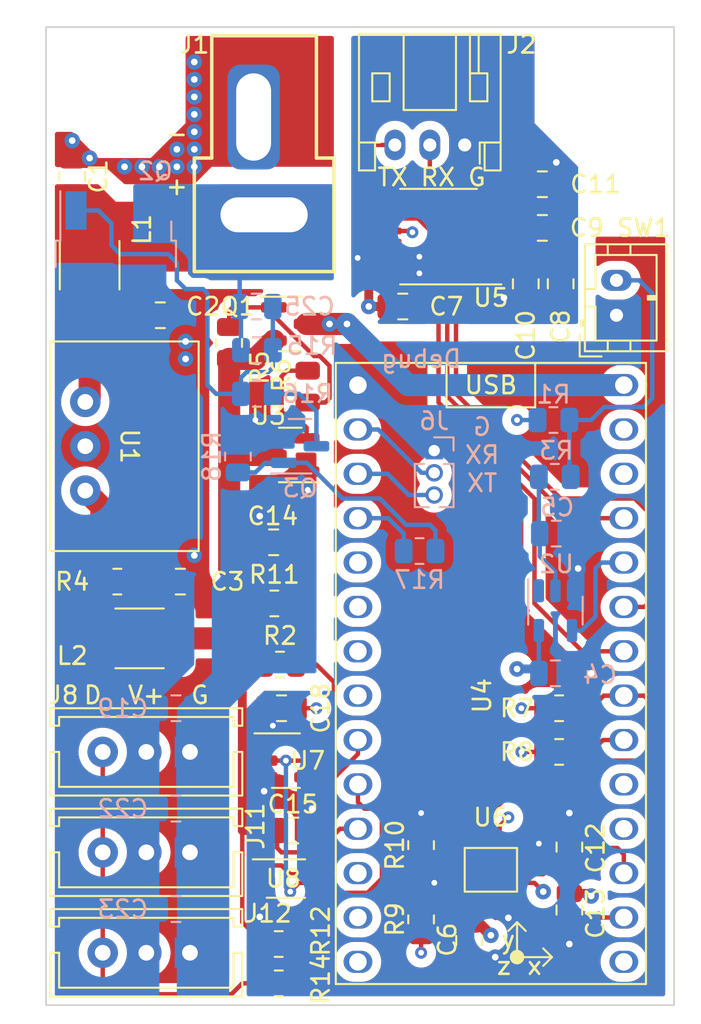
<source format=kicad_pcb>
(kicad_pcb (version 20211014) (generator pcbnew)
  (layers (0 "F.Cu" signal) (1 "In1.Cu" signal) (2 "In2.Cu" signal) (31 "B.Cu" signal) (34 "B.Paste" user) (35 "F.Paste" user) (36 "B.SilkS" user "B.Silkscreen") (37 "F.SilkS" user "F.Silkscreen") (38 "B.Mask" user) (39 "F.Mask" user) (44 "Edge.Cuts" user))
  (net 0 "")
  (net 1 "+12V")
  (net 2 "GND")
  (net 3 "Net-(C2-Pad1)")
  (net 4 "+5V")
  (net 5 "+3.3V")
  (net 6 "Net-(C5-Pad1)")
  (net 8 "Net-(C8-Pad1)")
  (net 9 "Net-(C8-Pad2)")
  (net 10 "Net-(C9-Pad1)")
  (net 11 "Net-(C9-Pad2)")
  (net 12 "Net-(C10-Pad1)")
  (net 13 "Net-(C11-Pad1)")
  (net 14 "/Dynamixel/DYNAMIXEL_POWER")
  (net 15 "Net-(C25-Pad2)")
  (net 16 "Net-(J2-Pad2)")
  (net 17 "Net-(J2-Pad3)")
  (net 18 "/I2C_SCL")
  (net 19 "/I2C_SDA")
  (net 20 "/Dynamixel/DYNAMIXEL_TTL_DATA")
  (net 21 "Net-(Q1-Pad1)")
  (net 22 "Net-(Q1-Pad3)")
  (net 23 "Net-(Q3-Pad1)")
  (net 24 "Net-(Q3-Pad3)")
  (net 25 "Net-(R1-Pad2)")
  (net 26 "Net-(R6-Pad1)")
  (net 27 "Net-(R10-Pad1)")
  (net 28 "Net-(R12-Pad2)")
  (net 29 "/Dynamixel/DYNAMIXEL_ENABLE")
  (net 30 "/LIMIT_SWITCH")
  (net 31 "/UART_RX")
  (net 32 "/UART_TX")
  (net 37 "/Dynamixel/DYNAMIXEL_TTL_DIR")
  (net 38 "/Dynamixel/DYNAMIXEL_TTL_TX")
  (net 39 "/Dynamixel/DYNAMIXEL_TTL_RX")
  (net 41 "/IMU_INT1")
  (net 42 "/IMU_INT2")
  (net 44 "/~{RS232_INVALID}")
  (net 49 "Net-(R2-Pad2)")
  (net 50 "/DEBUG_UART_RX")
  (net 51 "/DEBUG_UART_TX")
  (net 54 "Net-(C3-Pad1)")
  (net 55 "Net-(C14-Pad1)")
  (net 56 "Net-(L2-Pad1)")
  (footprint "Resistor_SMD:R_0805_2012Metric" (layer "F.Cu") (at 30.5 38.0875 -90)
    (fp_text reference "R5")
    (fp_text value "100k")
  )
  (footprint "Capacitor_SMD:C_0805_2012Metric" (layer "F.Cu") (at 47.5 34.7 -90)
    (fp_text reference "C10")
    (fp_text value "0.1µF/25V")
  )
  (footprint "MountingHole:MountingHole_3.2mm_M3" (layer "F.Cu") (at 24.5 24)
    (fp_text reference "REF**" hide)
    (fp_text value "MountingHole_3.2mm_M3" hide)
  )
  (footprint "Resistor_SMD:R_0805_2012Metric" (layer "F.Cu") (at 33.0875 53)
    (fp_text reference "R11")
    (fp_text value "0")
  )
  (footprint "Capacitor_SMD:C_0805_2012Metric" (layer "F.Cu") (at 48.45 29)
    (fp_text reference "C11")
    (fp_text value "0.1µF/25V")
  )
  (footprint "Inductor_SMD:L_1812_4532Metric" (layer "F.Cu") (at 25.3625 55)
    (fp_text reference "L2")
    (fp_text value "12µH (RLS-126)")
  )
  (footprint "MountingHole:MountingHole_3.2mm_M3" (layer "F.Cu") (at 51.5 24)
    (fp_text reference "MH1" hide)
    (fp_text value "MountingHole_3.2mm_M3" hide)
  )
  (footprint "Connector_JST:JST_PH_B2B-PH-K_1x02_P2.00mm_Vertical" (layer "F.Cu") (at 52.7 36.5 90)
    (fp_text reference "SW1")
    (fp_text value "LIMIT_SWITCH")
  )
  (footprint "Capacitor_SMD:C_0805_2012Metric" (layer "F.Cu") (at 44.25 72.3 -90)
    (fp_text reference "C6")
    (fp_text value "10nF/25V")
  )
  (footprint "Capacitor_SMD:C_0805_2012Metric" (layer "F.Cu") (at 50 70.55 -90)
    (fp_text reference "C13")
    (fp_text value "0.1µF/25V")
  )
  (footprint "Connector_JST:JST_PH_S3B-PH-K_1x03_P2.00mm_Horizontal" (layer "F.Cu") (at 44 26.75 180)
    (fp_text reference "J2")
    (fp_text value "RS232")
  )
  (footprint "Capacitor_SMD:C_0805_2012Metric" (layer "F.Cu") (at 27.7 51.75)
    (fp_text reference "C3")
    (fp_text value "10µF/25V")
  )
  (footprint "Resistor_SMD:R_0805_2012Metric" (layer "F.Cu") (at 35 40.5875 -90)
    (fp_text reference "R6")
    (fp_text value "511")
  )
  (footprint "Resistor_SMD:R_0805_2012Metric" (layer "F.Cu") (at 33.3375 74.75 180)
    (fp_text reference "R14")
    (fp_text value "47")
  )
  (footprint "Resistor_SMD:R_0805_2012Metric" (layer "F.Cu") (at 49.4125 61.5)
    (fp_text reference "R8")
    (fp_text value "2.2k")
  )
  (footprint "Capacitor_SMD:C_0805_2012Metric" (layer "F.Cu") (at 48.45 31.5)
    (fp_text reference "C9")
    (fp_text value "0.1µF/25V")
  )
  (footprint "t-top:t-connector" (layer "F.Cu") (at 32.5 30.75 180)
    (fp_text reference "J1")
    (fp_text value "12V")
  )
  (footprint "t-top:Teensy_4.0" (layer "F.Cu") (at 45.5 58.28 -90)
    (fp_text reference "U4")
    (fp_text value "Teensy_4.0")
  )
  (footprint "Capacitor_SMD:C_0805_2012Metric" (layer "F.Cu") (at 49.5 34.7 90)
    (fp_text reference "C8")
    (fp_text value "0.1µF/25V")
  )
  (footprint "Capacitor_SMD:C_0805_2012Metric" (layer "F.Cu") (at 34.2 66)
    (fp_text reference "C15")
    (fp_text value "0.1µF/25V")
  )
  (footprint "Package_TO_SOT_SMD:SOT-23" (layer "F.Cu") (at 34 44.5 180)
    (fp_text reference "U3")
    (fp_text value "LM810M3-4.63")
  )
  (footprint "Resistor_SMD:R_0805_2012Metric" (layer "F.Cu") (at 41.5 66.8375 90)
    (fp_text reference "R10")
    (fp_text value "0")
  )
  (footprint "Capacitor_SMD:C_0805_2012Metric" (layer "F.Cu") (at 21.5 28.55 90)
    (fp_text reference "C1")
    (fp_text value "10µF/25V")
  )
  (footprint "Package_TO_SOT_SMD:SOT-23" (layer "F.Cu") (at 34 37)
    (fp_text reference "Q1")
    (fp_text value "SSM3J372R")
  )
  (footprint "t-top:25SH-C-03-TS" (layer "F.Cu") (at 28.25 73 180)
    (fp_text reference "J12")
    (fp_text value "Dynamixel TTL")
  )
  (footprint "Capacitor_SMD:C_0805_2012Metric" (layer "F.Cu") (at 26.55 36.5)
    (fp_text reference "C2")
    (fp_text value "4.7µF/25V")
  )
  (footprint "t-top:R-78E-0.5" (layer "F.Cu") (at 22.25 44 -90)
    (fp_text reference "U1")
    (fp_text value "R-78E5.0-0.5")
  )
  (footprint "Capacitor_SMD:C_0805_2012Metric" (layer "F.Cu") (at 33.05 49.5 180)
    (fp_text reference "C14")
    (fp_text value "10µF/25V")
  )
  (footprint "t-top:ICM-40627" (layer "F.Cu") (at 45.5 68.25)
    (fp_text reference "U6")
    (fp_text value "ICM-40627")
  )
  (footprint "Capacitor_SMD:C_0805_2012Metric" (layer "F.Cu") (at 40.45 36)
    (fp_text reference "C7")
    (fp_text value "0.1µF/25V")
  )
  (footprint "Resistor_SMD:R_0805_2012Metric" (layer "F.Cu") (at 24.0875 51.75)
    (fp_text reference "R4")
    (fp_text value "0")
  )
  (footprint "Capacitor_SMD:C_0805_2012Metric" (layer "F.Cu") (at 50 66.95 90)
    (fp_text reference "C12")
    (fp_text value "2.2µF/25V")
  )
  (footprint "t-top:25SH-C-03-TS" (layer "F.Cu") (at 28.25 61.5 180)
    (fp_text reference "J8")
    (fp_text value "Dynamixel TTL")
  )
  (footprint "Package_TO_SOT_SMD:SOT-23-5" (layer "F.Cu") (at 33.75 62)
    (fp_text reference "U7")
    (fp_text value "SN74LV1T34")
  )
  (footprint "Resistor_SMD:R_0805_2012Metric" (layer "F.Cu") (at 33.3375 72.5)
    (fp_text reference "R12")
    (fp_text value "10k")
  )
  (footprint "Resistor_SMD:R_0805_2012Metric" (layer "F.Cu") (at 49.4125 59)
    (fp_text reference "R7")
    (fp_text value "2.2k")
  )
  (footprint "Resistor_SMD:R_0805_2012Metric" (layer "F.Cu") (at 33.4125 56.5)
    (fp_text reference "R2")
    (fp_text value "10k")
  )
  (footprint "Package_SO:TSSOP-16_4.4x5mm_P0.65mm" (layer "F.Cu") (at 42.5 32 180)
    (fp_text reference "U5")
    (fp_text value "SN65C3221E")
  )
  (footprint "Resistor_SMD:R_0805_2012Metric" (layer "F.Cu") (at 41.5 71.0875 90)
    (fp_text reference "R9")
    (fp_text value "NI")
  )
  (footprint "Inductor_SMD:L_1812_4532Metric" (layer "F.Cu") (at 22.5 33.6375 -90)
    (fp_text reference "L1")
    (fp_text value "12µH (RLS-126)")
  )
  (footprint "Package_SO:VSSOP-8_2.3x2mm_P0.5mm" (layer "F.Cu") (at 33.75 68.75)
    (fp_text reference "U8")
    (fp_text value "SN74LVC2G241")
  )
  (footprint "t-top:25SH-C-03-TS" (layer "F.Cu") (at 28.25 67.25 180)
    (fp_text reference "J11")
    (fp_text value "Dynamixel TTL")
  )
  (footprint "Capacitor_SMD:C_0805_2012Metric" (layer "F.Cu") (at 33.5 59 180)
    (fp_text reference "C18")
    (fp_text value "0.1µF/25V")
  )
  (footprint "Package_TO_SOT_SMD:TO-252-2" (layer "B.Cu") (at 24 34.7 -90)
    (fp_text reference "Q2")
    (fp_text value "IPD068P03L3GATMA1")
  )
  (footprint "Resistor_SMD:R_0805_2012Metric" (layer "B.Cu") (at 49.0875 42.5)
    (fp_text reference "R1")
    (fp_text value "10k")
  )
  (footprint "Capacitor_SMD:C_0805_2012Metric" (layer "B.Cu") (at 49.2 57)
    (fp_text reference "C4")
    (fp_text value "0.1µF/25V")
  )
  (footprint "Capacitor_SMD:C_0805_2012Metric" (layer "B.Cu") (at 32.05 36)
    (fp_text reference "C25")
    (fp_text value "2.2µF/25V")
  )
  (footprint "Resistor_SMD:R_0805_2012Metric" (layer "B.Cu") (at 49.1625 45.75 180)
    (fp_text reference "R3")
    (fp_text value "10k")
  )
  (footprint "Connector_PinHeader_1.27mm:PinHeader_1x03_P1.27mm_Vertical" (layer "B.Cu") (at 42.25 44.25 180)
    (fp_text reference "J6")
    (fp_text value "Debug Uart")
  )
  (footprint "Resistor_SMD:R_0805_2012Metric" (layer "B.Cu") (at 32.0875 38.5)
    (fp_text reference "R15")
    (fp_text value "100k")
  )
  (footprint "Resistor_SMD:R_0805_2012Metric" (layer "B.Cu") (at 41.4125 50)
    (fp_text reference "R17")
    (fp_text value "825")
  )
  (footprint "Package_TO_SOT_SMD:SOT-23" (layer "B.Cu") (at 34.5625 44)
    (fp_text reference "Q3")
    (fp_text value "T2N7002AK")
  )
  (footprint "Capacitor_SMD:C_0805_2012Metric" (layer "B.Cu") (at 27.45 70.5)
    (fp_text reference "C23")
    (fp_text value "0.1µF/25V")
  )
  (footprint "Capacitor_SMD:C_0805_2012Metric" (layer "B.Cu") (at 49.25 49)
    (fp_text reference "C5")
    (fp_text value "0.1µF/25V")
  )
  (footprint "Resistor_SMD:R_0805_2012Metric" (layer "B.Cu") (at 32.0875 41)
    (fp_text reference "R16")
    (fp_text value "100k")
  )
  (footprint "Capacitor_SMD:C_0805_2012Metric" (layer "B.Cu") (at 27.45 59)
    (fp_text reference "C19")
    (fp_text value "0.1µF/25V")
  )
  (footprint "Package_TO_SOT_SMD:SOT-23-5" (layer "B.Cu") (at 49.2 53.4125 -90)
    (fp_text reference "U2")
    (fp_text value "SN74AHC1G14")
  )
  (footprint "Resistor_SMD:R_0805_2012Metric" (layer "B.Cu") (at 31 44.5875 90)
    (fp_text reference "R18")
    (fp_text value "100k")
  )
  (footprint "Capacitor_SMD:C_0805_2012Metric" (layer "B.Cu") (at 27.45 64.75)
    (fp_text reference "C22")
    (fp_text value "0.1µF/25V")
  )
  (gr_line (start 56 76) (end 20 76) (layer "Edge.Cuts") (width 0.1))
  (gr_line (start 20 20) (end 56 20) (layer "Edge.Cuts") (width 0.1))
  (gr_line (start 56 20) (end 56 76) (layer "Edge.Cuts") (width 0.1))
  (gr_line (start 20 76) (end 20 20) (layer "Edge.Cuts") (width 0.1))
  (gr_text "G\nRX\nTX" (at 45 44.5) (layer "B.SilkS") (effects (font (size 1 1)) (justify mirror)))
  (gr_text "Debug" (at 41.5 39) (layer "B.SilkS") (effects (font (size 1 1)) (justify mirror)))
  (gr_text "TX RX G" (at 42.1 28.6) (layer "F.SilkS") (effects (font (size 1 1))))
  (gr_text "D  V+  G" (at 25.75 58.25) (layer "F.SilkS") (effects (font (size 1 1))))
  (segment (start 31.175 36.075) (end 31.1 36) (width 0.254) (layer "B.Cu") (net 1))
  (segment (start 31.1 32.9) (end 32.5 31.5) (width 0.254) (layer "B.Cu") (net 1))
  (segment (start 31.1 36) (end 31.1 32.9) (width 0.254) (layer "B.Cu") (net 1))
  (segment (start 31.175 38.5) (end 31.175 36.075) (width 0.254) (layer "B.Cu") (net 1))
  (segment (start 34.9375 45.45) (end 34.9375 46.4375) (width 0.254) (layer "F.Cu") (net 2))
  (segment (start 46.6625 68) (end 48 68) (width 0.254) (layer "F.Cu") (net 2))
  (segment (start 38.107213 32.975) (end 37.864278 33.217935) (width 0.254) (layer "F.Cu") (net 2))
  (segment (start 45.5 69.1625) (end 45.5 70.75) (width 0.254) (layer "F.Cu") (net 2))
  (segment (start 39.6375 32.975) (end 38.107213 32.975) (width 0.254) (layer "F.Cu") (net 2))
  (segment (start 48.25 67.5) (end 48.25 66.75) (width 0.254) (layer "F.Cu") (net 2))
  (segment (start 32.55 59.55) (end 33 60) (width 0.254) (layer "F.Cu") (net 2))
  (segment (start 35.15 64.85) (end 35.25 64.75) (width 0.508) (layer "F.Cu") (net 2))
  (segment (start 41.4 36) (end 41.4 34.1) (width 0.635) (layer "F.Cu") (net 2))
  (segment (start 45.75 71) (end 46 71) (width 0.254) (layer "F.Cu") (net 2))
  (segment (start 39.6375 32.975) (end 41.225 32.975) (width 0.254) (layer "F.Cu") (net 2))
  (segment (start 28 38) (end 28 39) (width 0.635) (layer "F.Cu") (net 2))
  (segment (start 28.65 51.75) (end 28.65 50.4) (width 1.27) (layer "F.Cu") (net 2))
  (segment (start 42.75 68.25) (end 42.75 68.5) (width 0.254) (layer "F.Cu") (net 2))
  (segment (start 44.25 73.25) (end 45.75 73.25) (width 0.508) (layer "F.Cu") (net 2))
  (segment (start 46 71) (end 46 69.1625) (width 0.254) (layer "F.Cu") (net 2))
  (segment (start 32.55 59) (end 32.55 59.55) (width 0.254) (layer "F.Cu") (net 2))
  (segment (start 27.5 36.5) (end 27.5 37.5) (width 0.635) (layer "F.Cu") (net 2))
  (segment (start 50 66) (end 50 65) (width 0.508) (layer "F.Cu") (net 2))
  (segment (start 32.1 49.5) (end 32.1 48.15) (width 1.27) (layer "F.Cu") (net 2))
  (segment (start 41.4 34.1) (end 41.4 33.15) (width 0.635) (layer "F.Cu") (net 2))
  (segment (start 46 71) (end 46.5 71) (width 0.254) (layer "F.Cu") (net 2))
  (segment (start 44.3375 68) (end 43 68) (width 0.254) (layer "F.Cu") (net 2))
  (segment (start 32.6125 63.6375) (end 32.5 63.75) (width 0.508) (layer "F.Cu") (net 2))
  (segment (start 45.5 70.75) (end 45.75 71) (width 0.254) (layer "F.Cu") (net 2))
  (segment (start 49.4 27.9) (end 49.25 27.75) (width 0.508) (layer "F.Cu") (net 2))
  (segment (start 43 68) (end 42.75 68.25) (width 0.254) (layer "F.Cu") (net 2))
  (segment (start 48.25 67.75) (end 48.25 67.5) (width 0.254) (layer "F.Cu") (net 2))
  (segment (start 34.9375 46.4375) (end 35 46.5) (width 0.254) (layer "F.Cu") (net 2))
  (segment (start 32.2 69.5) (end 32.2 70.892748) (width 0.254) (layer "F.Cu") (net 2))
  (segment (start 42.75 68.5) (end 44.3375 68.5) (width 0.254) (layer "F.Cu") (net 2))
  (segment (start 21.5 27.6) (end 21.5 26.5) (width 0.635) (layer "F.Cu") (net 2))
  (segment (start 49.4 29) (end 49.4 27.9) (width 0.508) (layer "F.Cu") (net 2))
  (segment (start 32.1 48.15) (end 32.25 48) (width 1.27) (layer "F.Cu") (net 2))
  (segment (start 41.5 65.925) (end 41.5 65) (width 0.254) (layer "F.Cu") (net 2))
  (segment (start 48 68) (end 48.25 67.75) (width 0.254) (layer "F.Cu") (net 2))
  (segment (start 42.75 68.5) (end 42.257533 68.992467) (width 0.254) (layer "F.Cu") (net 2))
  (segment (start 50 71.5) (end 50 72.5) (width 0.508) (layer "F.Cu") (net 2))
  (segment (start 41.225 32.975) (end 41.4 33.15) (width 0.254) (layer "F.Cu") (net 2))
  (segment (start 47.5 35.65) (end 46.4 35.65) (width 0.508) (layer "F.Cu") (net 2))
  (segment (start 22.4 27.6) (end 22.5 27.5) (width 0.635) (layer "F.Cu") (net 2))
  (segment (start 35.15 66) (end 35.15 64.85) (width 0.508) (layer "F.Cu") (net 2))
  (segment (start 27.5 37.5) (end 28 38) (width 0.635) (layer "F.Cu") (net 2))
  (segment (start 32.2 70.892748) (end 32.251197 70.943945) (width 0.254) (layer "F.Cu") (net 2))
  (segment (start 46.4 35.65) (end 46.25 35.5) (width 0.508) (layer "F.Cu") (net 2))
  (segment (start 21.5 27.6) (end 22.4 27.6) (width 0.635) (layer "F.Cu") (net 2))
  (segment (start 28.65 50.4) (end 28.5 50.25) (width 1.27) (layer "F.Cu") (net 2))
  (segment (start 48.25 67.5) (end 46.6625 67.5) (width 0.254) (layer "F.Cu") (net 2))
  (segment (start 32.6125 62.95) (end 32.6125 63.6375) (width 0.508) (layer "F.Cu") (net 2))
  (via (at 22.5 27.5) (size 0.889) (drill 0.381) (layers "F.Cu" "B.Cu") (net 2))
  (via (at 41.4 33.15) (size 0.6858) (drill 0.3302) (layers "F.Cu" "B.Cu") (net 2))
  (via (at 46.25 35.5) (size 0.889) (drill 0.381) (layers "F.Cu" "B.Cu") (net 2))
  (via (at 28 38) (size 0.889) (drill 0.381) (layers "F.Cu" "B.Cu") (net 2))
  (via (at 46.5 71) (size 0.889) (drill 0.381) (layers "F.Cu" "B.Cu") (net 2))
  (via (at 28.5 27) (size 0.889) (drill 0.381) (layers "F.Cu" "B.Cu") (net 2))
  (via (at 35.25 64.75) (size 0.889) (drill 0.381) (layers "F.Cu" "B.Cu") (net 2))
  (via (at 27.5 27) (size 0.889) (drill 0.381) (layers "F.Cu" "B.Cu") (net 2))
  (via (at 24.5 28) (size 0.889) (drill 0.381) (layers "F.Cu" "B.Cu") (net 2))
  (via (at 28.5 25) (size 0.889) (drill 0.381) (layers "F.Cu" "B.Cu") (net 2))
  (via (at 32 42.5) (size 0.6858) (drill 0.3302) (layers "F.Cu" "B.Cu") (net 2))
  (via (at 33 60) (size 0.6858) (drill 0.3302) (layers "F.Cu" "B.Cu") (net 2))
  (via (at 28.5 26) (size 0.889) (drill 0.381) (layers "F.Cu" "B.Cu") (net 2))
  (via (at 41.4 34.1) (size 0.6858) (drill 0.3302) (layers "F.Cu" "B.Cu") (net 2))
  (via (at 32.251197 70.943945) (size 0.889) (drill 0.381) (layers "F.Cu" "B.Cu") (net 2))
  (via (at 25.5 28) (size 0.889) (drill 0.381) (layers "F.Cu" "B.Cu") (net 2))
  (via (at 45.75 73.25) (size 0.889) (drill 0.381) (layers "F.Cu" "B.Cu") (net 2))
  (via (at 28.5 22) (size 0.889) (drill 0.381) (layers "F.Cu" "B.Cu") (net 2))
  (via (at 26.5 28) (size 0.889) (drill 0.381) (layers "F.Cu" "B.Cu") (net 2))
  (via (at 50 72.5) (size 0.889) (drill 0.381) (layers "F.Cu" "B.Cu") (net 2))
  (via (at 50.5 51) (size 0.889) (drill 0.381) (layers "F.Cu" "B.Cu") (net 2))
  (via (at 49.25 27.75) (size 0.889) (drill 0.381) (layers "F.Cu" "B.Cu") (net 2))
  (via (at 51.25 57) (size 0.889) (drill 0.381) (layers "F.Cu" "B.Cu") (net 2))
  (via (at 21.5 26.5) (size 0.889) (drill 0.381) (layers "F.Cu" "B.Cu") (net 2))
  (via (at 32.5 63.75) (size 0.889) (drill 0.381) (layers "F.Cu" "B.Cu") (net 2))
  (via (at 42.257533 68.992467) (size 0.6858) (drill 0.3302) (layers "F.Cu" "B.Cu") (net 2))
  (via (at 32.25 48) (size 0.889) (drill 0.381) (layers "F.Cu" "B.Cu") (net 2))
  (via (at 35 46.5) (size 0.6858) (drill 0.3302) (layers "F.Cu" "B.Cu") (net 2))
  (via (at 27.5 28) (size 0.889) (drill 0.381) (layers "F.Cu" "B.Cu") (net 2))
  (via (at 28.5 50.25) (size 0.889) (drill 0.381) (layers "F.Cu" "B.Cu") (net 2))
  (via (at 48.25 66.75) (size 0.6858) (drill 0.3302) (layers "F.Cu" "B.Cu") (net 2))
  (via (at 37.864278 33.217935) (size 0.6858) (drill 0.3302) (layers "F.Cu" "B.Cu") (net 2))
  (via (at 28.5 24) (size 0.889) (drill 0.381) (layers "F.Cu" "B.Cu") (net 2))
  (via (at 41.5 65) (size 0.6858) (drill 0.3302) (layers "F.Cu" "B.Cu") (net 2))
  (via (at 28.5 28) (size 0.889) (drill 0.381) (layers "F.Cu" "B.Cu") (net 2))
  (via (at 28 39) (size 0.889) (drill 0.381) (layers "F.Cu" "B.Cu") (net 2))
  (via (at 28.5 23) (size 0.889) (drill 0.381) (layers "F.Cu" "B.Cu") (net 2))
  (via (at 50 65) (size 0.889) (drill 0.381) (layers "F.Cu" "B.Cu") (net 2))
  (segment (start 31 43) (end 31.5 42.5) (width 0.254) (layer "B.Cu") (net 2))
  (segment (start 50.2 50.7) (end 50.5 51) (width 0.254) (layer "B.Cu") (net 2))
  (segment (start 31.5 42.5) (end 32 42.5) (width 0.254) (layer "B.Cu") (net 2))
  (segment (start 32.55 43.05) (end 32 42.5) (width 0.254) (layer "B.Cu") (net 2))
  (segment (start 50.15 57) (end 51.25 57) (width 0.508) (layer "B.Cu") (net 2))
  (segment (start 50.2 49) (end 50.2 50.7) (width 0.254) (layer "B.Cu") (net 2))
  (segment (start 50.15 51.35) (end 50.5 51) (width 0.254) (layer "B.Cu") (net 2))
  (segment (start 33.625 43.05) (end 32.55 43.05) (width 0.254) (layer "B.Cu") (net 2))
  (segment (start 31 43.675) (end 31 43) (width 0.254) (layer "B.Cu") (net 2))
  (segment (start 50.15 52.275) (end 50.15 51.35) (width 0.254) (layer "B.Cu") (net 2))
  (segment (start 22.5 35.775) (end 22.5 41.21) (width 1.27) (layer "F.Cu") (net 3))
  (segment (start 22.5 41.21) (end 22.25 41.46) (width 1.27) (layer "F.Cu") (net 3))
  (segment (start 25 36.5) (end 24.275 35.775) (width 1.27) (layer "F.Cu") (net 3))
  (segment (start 24.275 35.775) (end 22.5 35.775) (width 1.27) (layer "F.Cu") (net 3))
  (segment (start 25.6 36.5) (end 25 36.5) (width 1.27) (layer "F.Cu") (net 3))
  (segment (start 35.857948 68) (end 36 67.857948) (width 0.254) (layer "F.Cu") (net 4))
  (segment (start 32.175 53) (end 32.175 52.675) (width 1.27) (layer "F.Cu") (net 4))
  (segment (start 30.5 39) (end 30.5 44) (width 1.27) (layer "F.Cu") (net 4))
  (segment (start 33.25 67) (end 33.25 66) (width 0.254) (layer "F.Cu") (net 4))
  (segment (start 32.5 56.5) (end 31.25 56.5) (width 0.508) (layer "F.Cu") (net 4))
  (segment (start 32.0125 39) (end 33.0625 37.95) (width 1.27) (layer "F.Cu") (net 4))
  (segment (start 35.3 68) (end 35.857948 68) (width 0.254) (layer "F.Cu") (net 4))
  (segment (start 36 67.857948) (end 36 67.5) (width 0.254) (layer "F.Cu") (net 4))
  (segment (start 30.5 39) (end 32.0125 39) (width 1.27) (layer "F.Cu") (net 4))
  (segment (start 32.425 72.425) (end 31.25 71.25) (width 0.254) (layer "F.Cu") (net 4))
  (segment (start 31 55) (end 32.175 53.825) (width 1.27) (layer "F.Cu") (net 4))
  (segment (start 33.5 67.25) (end 33.25 67) (width 0.254) (layer "F.Cu") (net 4))
  (segment (start 33.25 66) (end 31.25 66) (width 0.508) (layer "F.Cu") (net 4))
  (segment (start 31.25 56.5) (end 31.25 55.25) (width 0.508) (layer "F.Cu") (net 4))
  (segment (start 30.5 51) (end 30.5 44) (width 1.27) (layer "F.Cu") (net 4))
  (segment (start 31 44.5) (end 33.0625 44.5) (width 1.27) (layer "F.Cu") (net 4))
  (segment (start 36 67.5) (end 35.75 67.25) (width 0.254) (layer "F.Cu") (net 4))
  (segment (start 31.25 71.25) (end 31.25 66) (width 0.254) (layer "F.Cu") (net 4))
  (segment (start 35.75 67.25) (end 33.5 67.25) (width 0.254) (layer "F.Cu") (net 4))
  (segment (start 30.5 44) (end 31 44.5) (width 1.27) (layer "F.Cu") (net 4))
  (segment (start 32.175 52.675) (end 30.5 51) (width 1.27) (layer "F.Cu") (net 4))
  (segment (start 31.25 56.5) (end 31.25 66) (width 0.508) (layer "F.Cu") (net 4))
  (segment (start 32.425 72.5) (end 32.425 72.425) (width 0.254) (layer "F.Cu") (net 4))
  (segment (start 32.175 53.825) (end 32.175 53) (width 1.27) (layer "F.Cu") (net 4))
  (segment (start 27.5 55) (end 31 55) (width 1.27) (layer "F.Cu") (net 4))
  (segment (start 48.5 61.5) (end 47.25 61.5) (width 0.254) (layer "F.Cu") (net 5))
  (segment (start 38.5 33.75) (end 38.5 34.25) (width 0.254) (layer "F.Cu") (net 5))
  (segment (start 39.6375 34.275) (end 38.525 34.275) (width 0.254) (layer "F.Cu") (net 5))
  (segment (start 51.1 69.6) (end 51.25 69.75) (width 0.508) (layer "F.Cu") (net 5))
  (segment (start 46 65.75) (end 46.5 65.25) (width 0.254) (layer "F.Cu") (net 5))
  (segment (start 34.8875 61.05) (end 34.8875 60.3875) (width 0.254) (layer "F.Cu") (net 5))
  (segment (start 34.45 59) (end 35.5 59) (width 0.254) (layer "F.Cu") (net 5))
  (segment (start 48 69) (end 48.5 69.5) (width 0.254) (layer "F.Cu") (net 5))
  (segment (start 38.691009 33.691008) (end 38.5 33.882017) (width 0.508) (layer "F.Cu") (net 5))
  (segment (start 45 70.75) (end 44.4 71.35) (width 0.254) (layer "F.Cu") (net 5))
  (segment (start 38.625 33.625) (end 38.5 33.75) (width 0.254) (layer "F.Cu") (net 5))
  (segment (start 50 69.6) (end 51.1 69.6) (width 0.508) (layer "F.Cu") (net 5))
  (segment (start 34.8875 60.3875) (end 34.45 59.95) (width 0.254) (layer "F.Cu") (net 5))
  (segment (start 44.4 71.35) (end 44.25 71.35) (width 0.254) (layer "F.Cu") (net 5))
  (segment (start 39.5 36) (end 38.5 36) (width 0.508) (layer "F.Cu") (net 5))
  (segment (start 48.5 59) (end 47.25 59) (width 0.254) (layer "F.Cu") (net 5))
  (segment (start 41.5 72) (end 41.5 73) (width 0.254) (layer "F.Cu") (net 5))
  (segment (start 38.75 36) (end 39.5 36) (width 0.508) (layer "F.Cu") (net 5))
  (segment (start 50 67.9) (end 50 69.6) (width 0.508) (layer "F.Cu") (net 5))
  (segment (start 40.925 31.675) (end 41 31.75) (width 0.254) (layer "F.Cu") (net 5))
  (segment (start 46 67.3375) (end 46 65.75) (width 0.254) (layer "F.Cu") (net 5))
  (segment (start 39.6375 33.625) (end 38.625 33.625) (width 0.254) (layer "F.Cu") (net 5))
  (segment (start 39.6375 31.675) (end 40.925 31.675) (width 0.254) (layer "F.Cu") (net 5))
  (segment (start 44.85 71.35) (end 45.5 72) (width 0.635) (layer "F.Cu") (net 5))
  (segment (start 44.25 71.35) (end 44.85 71.35) (width 0.254) (layer "F.Cu") (net 5))
  (segment (start 38.5 36) (end 38.5 33.882017) (width 0.508) (layer "F.Cu") (net 5))
  (segment (start 38.525 34.275) (end 38.5 34.25) (width 0.254) (layer "F.Cu") (net 5))
  (segment (start 34.45 59) (end 34.45 59.95) (width 0.254) (layer "F.Cu") (net 5))
  (segment (start 45 69.1625) (end 45 70.75) (width 0.254) (layer "F.Cu") (net 5))
  (segment (start 46.6625 69) (end 48 69) (width 0.254) (layer "F.Cu") (net 5))
  (via (at 41 31.75) (size 0.6858) (drill 0.3302) (layers "F.Cu" "B.Cu") (net 5))
  (via (at 48.5 69.5) (size 0.889) (drill 0.381) (layers "F.Cu" "B.Cu") (net 5))
  (via (at 46.5 65.25) (size 0.6858) (drill 0.3302) (layers "F.Cu" "B.Cu") (net 5))
  (via (at 47.25 59) (size 0.6858) (drill 0.3302) (layers "F.Cu" "B.Cu") (net 5))
  (via (at 47 56.75) (size 0.889) (drill 0.381) (layers "F.Cu" "B.Cu") (net 5))
  (via (at 47 42.5) (size 0.6858) (drill 0.3302) (layers "F.Cu" "B.Cu") (net 5))
  (via (at 47.25 61.5) (size 0.6858) (drill 0.3302) (layers "F.Cu" "B.Cu") (net 5))
  (via (at 38.5 36) (size 0.889) (drill 0.381) (layers "F.Cu" "B.Cu") (net 5))
  (via (at 41.5 73) (size 0.6858) (drill 0.3302) (layers "F.Cu" "B.Cu") (net 5))
  (via (at 51.25 69.75) (size 0.889) (drill 0.381) (layers "F.Cu" "B.Cu") (net 5))
  (via (at 45.5 72) (size 0.889) (drill 0.381) (layers "F.Cu" "B.Cu") (net 5))
  (via (at 35.5 59) (size 0.6858) (drill 0.3302) (layers "F.Cu" "B.Cu") (net 5))
  (segment (start 47 56.75) (end 48 56.75) (width 0.508) (layer "B.Cu") (net 5))
  (segment (start 48 56.75) (end 48.25 57) (width 0.508) (layer "B.Cu") (net 5))
  (segment (start 48.25 54.55) (end 48.25 57) (width 0.254) (layer "B.Cu") (net 5))
  (segment (start 48.175 42.5) (end 47 42.5) (width 0.254) (layer "B.Cu") (net 5))
  (segment (start 48.25 45.75) (end 48.25 48.95) (width 0.254) (layer "B.Cu") (net 6))
  (segment (start 48.3 50.3) (end 48.3 49) (width 0.254) (layer "B.Cu") (net 6))
  (segment (start 49.2 52.275) (end 49.2 51.2) (width 0.254) (layer "B.Cu") (net 6))
  (segment (start 48.25 48.95) (end 48.3 49) (width 0.254) (layer "B.Cu") (net 6))
  (segment (start 49.2 51.2) (end 48.3 50.3) (width 0.254) (layer "B.Cu") (net 6))
  (segment (start 46.073 33.625) (end 45.3625 33.625) (width 0.254) (layer "F.Cu") (net 8))
  (segment (start 49.25 34.75) (end 46.958999 34.75) (width 0.254) (layer "F.Cu") (net 8))
  (segment (start 46.448 34) (end 46.073 33.625) (width 0.254) (layer "F.Cu") (net 8))
  (segment (start 49.5 35.65) (end 49.5 35) (width 0.254) (layer "F.Cu") (net 8))
  (segment (start 46.958999 34.75) (end 46.448 34.239001) (width 0.254) (layer "F.Cu") (net 8))
  (segment (start 49.5 35) (end 49.25 34.75) (width 0.254) (layer "F.Cu") (net 8))
  (segment (start 46.448 34.239001) (end 46.448 34) (width 0.254) (layer "F.Cu") (net 8))
  (segment (start 49.25 33.75) (end 48.25 32.75) (width 0.254) (layer "F.Cu") (net 9))
  (segment (start 49.5 33.75) (end 49.25 33.75) (width 0.254) (layer "F.Cu") (net 9))
  (segment (start 46.325 32.325) (end 46.75 32.75) (width 0.254) (layer "F.Cu") (net 9))
  (segment (start 45.3625 32.325) (end 46.325 32.325) (width 0.254) (layer "F.Cu") (net 9))
  (segment (start 46.75 32.75) (end 48.25 32.75) (width 0.254) (layer "F.Cu") (net 9))
  (segment (start 45.3625 31.675) (end 47.325 31.675) (width 0.254) (layer "F.Cu") (net 10))
  (segment (start 47.325 31.675) (end 47.5 31.5) (width 0.254) (layer "F.Cu") (net 10))
  (segment (start 47.198 30.448) (end 47.052 30.448) (width 0.254) (layer "F.Cu") (net 11))
  (segment (start 47.198 30.448) (end 47.010998 30.448) (width 0.254) (layer "F.Cu") (net 11))
  (segment (start 46.852 30.448) (end 46.275 31.025) (width 0.254) (layer "F.Cu") (net 11))
  (segment (start 46.275 31.025) (end 46.475 31.025) (width 0.254) (layer "F.Cu") (net 11))
  (segment (start 47.198 30.448) (end 46.852 30.448) (width 0.254) (layer "F.Cu") (net 11))
  (segment (start 46.475 31.025) (end 46.5 31) (width 0.254) (layer "F.Cu") (net 11))
  (segment (start 46.5 31) (end 46.5 30.958999) (width 0.254) (layer "F.Cu") (net 11))
  (segment (start 47.052 30.448) (end 47 30.5) (width 0.254) (layer "F.Cu") (net 11))
  (segment (start 47.010998 30.448) (end 46.729499 30.729499) (width 0.254) (layer "F.Cu") (net 11))
  (segment (start 46.5 30.958999) (end 46.729499 30.729499) (width 0.254) (layer "F.Cu") (net 11))
  (segment (start 49.4 31.5) (end 48.348 30.448) (width 0.254) (layer "F.Cu") (net 11))
  (segment (start 45.3625 31.025) (end 46.275 31.025) (width 0.254) (layer "F.Cu") (net 11))
  (segment (start 48.348 30.448) (end 47.198 30.448) (width 0.254) (layer "F.Cu") (net 11))
  (segment (start 46.729499 30.729499) (end 46.9795 30.479499) (width 0.254) (layer "F.Cu") (net 11))
  (segment (start 46.5 33.25) (end 47 33.25) (width 0.254) (layer "F.Cu") (net 12))
  (segment (start 46.225 32.975) (end 46.5 33.25) (width 0.254) (layer "F.Cu") (net 12))
  (segment (start 47 33.25) (end 47.5 33.75) (width 0.254) (layer "F.Cu") (net 12))
  (segment (start 45.3625 32.975) (end 46.225 32.975) (width 0.254) (layer "F.Cu") (net 12))
  (segment (start 46.282948 30.375) (end 47.5 29.157948) (width 0.254) (layer "F.Cu") (net 13))
  (segment (start 47.5 29.157948) (end 47.5 29) (width 0.254) (layer "F.Cu") (net 13))
  (segment (start 45.3625 30.375) (end 46.282948 30.375) (width 0.254) (layer "F.Cu") (net 13))
  (segment (start 23.75 31.25) (end 23.75 32.5) (width 0.254) (layer "B.Cu") (net 15))
  (segment (start 27.5 34.5) (end 28 35) (width 0.254) (layer "B.Cu") (net 15))
  (segment (start 33 36) (end 33 38.5) (width 0.254) (layer "B.Cu") (net 15))
  (segment (start 31.5 39.75) (end 31.175 40.075) (width 0.254) (layer "B.Cu") (net 15))
  (segment (start 27.5 33.5) (end 27.5 34.5) (width 0.254) (layer "B.Cu") (net 15))
  (segment (start 23 30.5) (end 23.75 31.25) (width 0.254) (layer "B.Cu") (net 15))
  (segment (start 29 35) (end 29.25 35.25) (width 0.254) (layer "B.Cu") (net 15))
  (segment (start 28 35) (end 29 35) (width 0.254) (layer "B.Cu") (net 15))
  (segment (start 27 33) (end 27.5 33.5) (width 0.254) (layer "B.Cu") (net 15))
  (segment (start 29.75 41) (end 31.175 41) (width 0.254) (layer "B.Cu") (net 15))
  (segment (start 31.175 40.075) (end 31.175 41) (width 0.254) (layer "B.Cu") (net 15))
  (segment (start 21.72 30.5) (end 23 30.5) (width 0.254) (layer "B.Cu") (net 15))
  (segment (start 23.75 32.5) (end 24.25 33) (width 0.254) (layer "B.Cu") (net 15))
  (segment (start 32.75 39.75) (end 31.5 39.75) (width 0.254) (layer "B.Cu") (net 15))
  (segment (start 24.25 33) (end 27 33) (width 0.254) (layer "B.Cu") (net 15))
  (segment (start 29.25 35.25) (end 29.25 40.5) (width 0.254) (layer "B.Cu") (net 15))
  (segment (start 33 39.5) (end 32.75 39.75) (width 0.254) (layer "B.Cu") (net 15))
  (segment (start 33 39.5) (end 33 38.5) (width 0.254) (layer "B.Cu") (net 15))
  (segment (start 29.25 40.5) (end 29.75 41) (width 0.254) (layer "B.Cu") (net 15))
  (segment (start 42 26.75) (end 42 28.25) (width 0.254) (layer "F.Cu") (net 16))
  (segment (start 43.475 29.725) (end 45.3625 29.725) (width 0.254) (layer "F.Cu") (net 16))
  (segment (start 42 28.25) (end 43.475 29.725) (width 0.254) (layer "F.Cu") (net 16))
  (segment (start 38.5 32.1) (end 38.5 27) (width 0.254) (layer "F.Cu") (net 17))
  (segment (start 38.75 26.75) (end 40 26.75) (width 0.254) (layer "F.Cu") (net 17))
  (segment (start 39.6375 32.325) (end 38.725 32.325) (width 0.254) (layer "F.Cu") (net 17))
  (segment (start 38.5 27) (end 38.75 26.75) (width 0.254) (layer "F.Cu") (net 17))
  (segment (start 38.725 32.325) (end 38.5 32.1) (width 0.254) (layer "F.Cu") (net 17))
  (segment (start 45.5 65) (end 45.5 67.3375) (width 0.254) (layer "F.Cu") (net 18))
  (segment (start 51.97 58.28) (end 53.12 58.28) (width 0.254) (layer "F.Cu") (net 18))
  (segment (start 51.25 59) (end 51.97 58.28) (width 0.254) (layer "F.Cu") (net 18))
  (segment (start 54.5 58.5) (end 54.5 61.5) (width 0.254) (layer "F.Cu") (net 18))
  (segment (start 54.28 58.28) (end 54.5 58.5) (width 0.254) (layer "F.Cu") (net 18))
  (segment (start 47.5 63) (end 45.5 65) (width 0.254) (layer "F.Cu") (net 18))
  (segment (start 54.5 61.5) (end 54 62) (width 0.254) (layer "F.Cu") (net 18))
  (segment (start 53.12 58.28) (end 54.28 58.28) (width 0.254) (layer "F.Cu") (net 18))
  (segment (start 52.5 62) (end 51.5 63) (width 0.254) (layer "F.Cu") (net 18))
  (segment (start 54 62) (end 52.5 62) (width 0.254) (layer "F.Cu") (net 18))
  (segment (start 50.325 59) (end 51.25 59) (width 0.254) (layer "F.Cu") (net 18))
  (segment (start 51.5 63) (end 47.5 63) (width 0.254) (layer "F.Cu") (net 18))
  (segment (start 45.25 60.25) (end 45 60.25) (width 0.254) (layer "F.Cu") (net 19))
  (segment (start 50 60.25) (end 50.325 60.575) (width 0.254) (layer "F.Cu") (net 19))
  (segment (start 51.93 60.82) (end 51.25 61.5) (width 0.254) (layer "F.Cu") (net 19))
  (segment (start 51.25 61.5) (end 50.325 61.5) (width 0.254) (layer "F.Cu") (net 19))
  (segment (start 47.25 60.25) (end 50 60.25) (width 0.254) (layer "F.Cu") (net 19))
  (segment (start 45 60) (end 45.25 60.25) (width 0.254) (layer "F.Cu") (net 19))
  (segment (start 53.12 60.82) (end 51.93 60.82) (width 0.254) (layer "F.Cu") (net 19))
  (segment (start 45 67.3375) (end 45 62.25) (width 0.254) (layer "F.Cu") (net 19))
  (segment (start 45 62.25) (end 45 60.25) (width 0.254) (layer "F.Cu") (net 19))
  (segment (start 50.325 60.575) (end 50.325 61.5) (width 0.254) (layer "F.Cu") (net 19))
  (segment (start 45 60.25) (end 45 60) (width 0.254) (layer "F.Cu") (net 19))
  (segment (start 45.25 60.25) (end 47.25 60.25) (width 0.254) (layer "F.Cu") (net 19))
  (segment (start 23.25 73) (end 23.25 74.623) (width 0.254) (layer "F.Cu") (net 20))
  (segment (start 23.25 73) (end 23.25 67.25) (width 0.254) (layer "F.Cu") (net 20))
  (segment (start 23.25 67.25) (end 23.25 61.5) (width 0.254) (layer "F.Cu") (net 20))
  (segment (start 30.627 75.373) (end 31.25 74.75) (width 0.254) (layer "F.Cu") (net 20))
  (segment (start 24 75.373) (end 30.627 75.373) (width 0.254) (layer "F.Cu") (net 20))
  (segment (start 31.25 74.75) (end 32.425 74.75) (width 0.254) (layer "F.Cu") (net 20))
  (segment (start 23.25 74.623) (end 24 75.373) (width 0.254) (layer "F.Cu") (net 20))
  (segment (start 35.36092 38.8355) (end 33.0625 36.53708) (width 0.254) (layer "F.Cu") (net 21))
  (segment (start 30.7 36.05) (end 30.5 36.25) (width 0.254) (layer "F.Cu") (net 21))
  (segment (start 36.25 39.396499) (end 35.689001 38.8355) (width 0.254) (layer "F.Cu") (net 21))
  (segment (start 30.5 36.25) (end 30.5 37.175) (width 0.254) (layer "F.Cu") (net 21))
  (segment (start 33.0625 36.05) (end 30.7 36.05) (width 0.254) (layer "F.Cu") (net 21))
  (segment (start 33.0625 36.53708) (end 33.0625 36.05) (width 0.254) (layer "F.Cu") (net 21))
  (segment (start 35.689001 38.8355) (end 35.36092 38.8355) (width 0.254) (layer "F.Cu") (net 21))
  (segment (start 36.25 41.25) (end 36.25 39.396499) (width 0.254) (layer "F.Cu") (net 21))
  (segment (start 35 41.5) (end 36 41.5) (width 0.254) (layer "F.Cu") (net 21))
  (segment (start 36 41.5) (end 36.25 41.25) (width 0.254) (layer "F.Cu") (net 21))
  (segment (start 36.25 37) (end 37.25 37) (width 1.27) (layer "F.Cu") (net 22))
  (segment (start 34.9375 37) (end 36.25 37) (width 1.27) (layer "F.Cu") (net 22))
  (via (at 37.25 37) (size 0.889) (drill 0.381) (layers "F.Cu" "B.Cu") (net 22))
  (via (at 36.25 37) (size 0.889) (drill 0.381) (layers "F.Cu" "B.Cu") (net 22))
  (segment (start 37.25 37) (end 40.75 40.5) (width 1.27) (layer "B.Cu") (net 22))
  (segment (start 40.75 40.5) (end 42.5 40.5) (width 1.27) (layer "B.Cu") (net 22))
  (segment (start 53.12 40.5) (end 42.5 40.5) (width 1.27) (layer "B.Cu") (net 22))
  (segment (start 32.55 44.95) (end 32 45.5) (width 0.254) (layer "B.Cu") (net 23))
  (segment (start 34.95 44.95) (end 33.625 44.95) (width 0.254) (layer "B.Cu") (net 23))
  (segment (start 42 48.5) (end 40.642052 48.5) (width 0.254) (layer "B.Cu") (net 23))
  (segment (start 32 45.5) (end 31 45.5) (width 0.254) (layer "B.Cu") (net 23))
  (segment (start 36.992999 46.992999) (end 34.95 44.95) (width 0.254) (layer "B.Cu") (net 23))
  (segment (start 33.625 44.95) (end 32.55 44.95) (width 0.254) (layer "B.Cu") (net 23))
  (segment (start 42.325 48.825) (end 42 48.5) (width 0.254) (layer "B.Cu") (net 23))
  (segment (start 39.135051 46.992999) (end 36.992999 46.992999) (width 0.254) (layer "B.Cu") (net 23))
  (segment (start 40.642052 48.5) (end 39.135051 46.992999) (width 0.254) (layer "B.Cu") (net 23))
  (segment (start 42.325 50) (end 42.325 48.825) (width 0.254) (layer "B.Cu") (net 23))
  (segment (start 35.5 42) (end 35.5 44) (width 0.254) (layer "B.Cu") (net 24))
  (segment (start 34.5 41) (end 35.5 42) (width 0.254) (layer "B.Cu") (net 24))
  (segment (start 33 41) (end 34.5 41) (width 0.254) (layer "B.Cu") (net 24))
  (segment (start 54.75 35.25) (end 54 34.5) (width 0.254) (layer "B.Cu") (net 25))
  (segment (start 54 34.5) (end 52.7 34.5) (width 0.254) (layer "B.Cu") (net 25))
  (segment (start 50 45.675) (end 50.075 45.75) (width 0.254) (layer "B.Cu") (net 25))
  (segment (start 54.75 41.25) (end 54.75 35.25) (width 0.254) (layer "B.Cu") (net 25))
  (segment (start 52 41.75) (end 54.25 41.75) (width 0.254) (layer "B.Cu") (net 25))
  (segment (start 51.25 42.5) (end 52 41.75) (width 0.254) (layer "B.Cu") (net 25))
  (segment (start 50 42.5) (end 50 45.675) (width 0.254) (layer "B.Cu") (net 25))
  (segment (start 50 42.5) (end 51.25 42.5) (width 0.254) (layer "B.Cu") (net 25))
  (segment (start 54.25 41.75) (end 54.75 41.25) (width 0.254) (layer "B.Cu") (net 25))
  (segment (start 34.9375 43.55) (end 34.9375 42.9375) (width 0.254) (layer "F.Cu") (net 26))
  (segment (start 34.5 42.5) (end 34 42.5) (width 0.254) (layer "F.Cu") (net 26))
  (segment (start 33.5 40) (end 33.825 39.675) (width 0.254) (layer "F.Cu") (net 26))
  (segment (start 33.5 42) (end 33.5 40) (width 0.254) (layer "F.Cu") (net 26))
  (segment (start 33.825 39.675) (end 35 39.675) (width 0.254) (layer "F.Cu") (net 26))
  (segment (start 34 42.5) (end 33.5 42) (width 0.254) (layer "F.Cu") (net 26))
  (segment (start 34.9375 42.9375) (end 34.5 42.5) (width 0.254) (layer "F.Cu") (net 26))
  (segment (start 44.3375 67.5) (end 41.75 67.5) (width 0.254) (layer "F.Cu") (net 27))
  (segment (start 41.75 67.5) (end 41.5 67.75) (width 0.254) (layer "F.Cu") (net 27))
  (segment (start 41.25 68) (end 41.5 67.75) (width 0.254) (layer "F.Cu") (net 27))
  (segment (start 41.25 69.925) (end 41.25 68) (width 0.254) (layer "F.Cu") (net 27))
  (segment (start 41.5 70.175) (end 41.25 69.925) (width 0.254) (layer "F.Cu") (net 27))
  (segment (start 33 70.5) (end 33 69) (width 0.254) (layer "F.Cu") (net 28))
  (segment (start 34.25 74.75) (end 34.25 72.5) (width 0.254) (layer "F.Cu") (net 28))
  (segment (start 34.25 71.75) (end 33 70.5) (width 0.254) (layer "F.Cu") (net 28))
  (segment (start 34.25 72.5) (end 34.25 71.75) (width 0.254) (layer "F.Cu") (net 28))
  (segment (start 33 69) (end 32.2 69) (width 0.254) (layer "F.Cu") (net 28))
  (segment (start 32.75 68.5) (end 33 68.75) (width 0.254) (layer "F.Cu") (net 28))
  (segment (start 32.2 68.5) (end 32.75 68.5) (width 0.254) (layer "F.Cu") (net 28))
  (segment (start 33 68.75) (end 33 69) (width 0.254) (layer "F.Cu") (net 28))
  (segment (start 40.5 50) (end 40.5 49) (width 0.254) (layer "B.Cu") (net 29))
  (segment (start 40.5 49) (end 39.62 48.12) (width 0.254) (layer "B.Cu") (net 29))
  (segment (start 39.62 48.12) (end 37.88 48.12) (width 0.254) (layer "B.Cu") (net 29))
  (segment (start 51.84 50.66) (end 53.12 50.66) (width 0.254) (layer "B.Cu") (net 30))
  (segment (start 51.5 53.75) (end 51.5 51) (width 0.254) (layer "B.Cu") (net 30))
  (segment (start 51.5 51) (end 51.84 50.66) (width 0.254) (layer "B.Cu") (net 30))
  (segment (start 50.15 54.55) (end 50.7 54.55) (width 0.254) (layer "B.Cu") (net 30))
  (segment (start 51.5 53.75) (end 50.7 54.55) (width 0.254) (layer "B.Cu") (net 30))
  (segment (start 54.3 53.2) (end 53.12 53.2) (width 0.254) (layer "F.Cu") (net 31))
  (segment (start 41.525 29.725) (end 43.5 31.7) (width 0.254) (layer "F.Cu") (net 31))
  (segment (start 49.492999 46.992999) (end 53.742999 46.992999) (width 0.254) (layer "F.Cu") (net 31))
  (segment (start 39.6375 29.725) (end 41.525 29.725) (width 0.254) (layer "F.Cu") (net 31))
  (segment (start 43.5 31.7) (end 43.5 41) (width 0.254) (layer "F.Cu") (net 31))
  (segment (start 54.5 53) (end 54.3 53.2) (width 0.254) (layer "F.Cu") (net 31))
  (segment (start 43.5 41) (end 49.492999 46.992999) (width 0.254) (layer "F.Cu") (net 31))
  (segment (start 53.742999 46.992999) (end 54.5 47.75) (width 0.254) (layer "F.Cu") (net 31))
  (segment (start 54.5 47.75) (end 54.5 53) (width 0.254) (layer "F.Cu") (net 31))
  (segment (start 39.7046 30.9579) (end 41.328099 30.9579) (width 0.254) (layer "F.Cu") (net 32))
  (segment (start 50.74 55.74) (end 53.12 55.74) (width 0.254) (layer "F.Cu") (net 32))
  (segment (start 42.5 41.5) (end 48 47) (width 0.254) (layer "F.Cu") (net 32))
  (segment (start 48 47) (end 48 53) (width 0.254) (layer "F.Cu") (net 32))
  (segment (start 42.5 32.129801) (end 42.5 41.5) (width 0.254) (layer "F.Cu") (net 32))
  (segment (start 41.328099 30.9579) (end 42.5 32.129801) (width 0.254) (layer "F.Cu") (net 32))
  (segment (start 48 53) (end 50.74 55.74) (width 0.254) (layer "F.Cu") (net 32))
  (segment (start 39.6375 31.025) (end 39.7046 30.9579) (width 0.254) (layer "F.Cu") (net 32))
  (segment (start 37.88 65.9) (end 36.85 65.9) (width 0.254) (layer "F.Cu") (net 37))
  (segment (start 33.5 68) (end 32.2 68) (width 0.254) (layer "F.Cu") (net 37))
  (segment (start 36.5 66.25) (end 36.5 68) (width 0.254) (layer "F.Cu") (net 37))
  (segment (start 36 68.5) (end 36.5 68) (width 0.254) (layer "F.Cu") (net 37))
  (segment (start 35.3 68.5) (end 36 68.5) (width 0.254) (layer "F.Cu") (net 37))
  (segment (start 34 68.5) (end 33.5 68) (width 0.254) (layer "F.Cu") (net 37))
  (segment (start 36.5 66.25) (end 36.85 65.9) (width 0.254) (layer "F.Cu") (net 37))
  (segment (start 35.3 68.5) (end 34 68.5) (width 0.254) (layer "F.Cu") (net 37))
  (segment (start 38.432999 69.567001) (end 39.25 68.75) (width 0.254) (layer "F.Cu") (net 38))
  (segment (start 39.25 65.25) (end 38.75 64.75) (width 0.254) (layer "F.Cu") (net 38))
  (segment (start 37.88 64.38) (end 37.88 63.36) (width 0.254) (layer "F.Cu") (net 38))
  (segment (start 39.25 68.75) (end 39.25 65.25) (width 0.254) (layer "F.Cu") (net 38))
  (segment (start 38.25 64.75) (end 37.88 64.38) (width 0.254) (layer "F.Cu") (net 38))
  (segment (start 35.367001 69.567001) (end 38.432999 69.567001) (width 0.254) (layer "F.Cu") (net 38))
  (segment (start 35.3 69.5) (end 35.367001 69.567001) (width 0.254) (layer "F.Cu") (net 38))
  (segment (start 38.75 64.75) (end 38.25 64.75) (width 0.254) (layer "F.Cu") (net 38))
  (segment (start 37.88 60.82) (end 37.88 61.62) (width 0.254) (layer "F.Cu") (net 39))
  (segment (start 37.88 61.62) (end 36.55 62.95) (width 0.254) (layer "F.Cu") (net 39))
  (segment (start 36.55 62.95) (end 34.8875 62.95) (width 0.254) (layer "F.Cu") (net 39))
  (segment (start 49.75 74.25) (end 51.5 72.5) (width 0.254) (layer "F.Cu") (net 41))
  (segment (start 51.5 71.25) (end 51.77 70.98) (width 0.254) (layer "F.Cu") (net 41))
  (segment (start 43.25 69) (end 43.027 69.223) (width 0.254) (layer "F.Cu") (net 41))
  (segment (start 43.027 73.973) (end 43.304 74.25) (width 0.254) (layer "F.Cu") (net 41))
  (segment (start 51.5 72.5) (end 51.5 71.25) (width 0.254) (layer "F.Cu") (net 41))
  (segment (start 43.027 69.223) (end 43.027 73.973) (width 0.254) (layer "F.Cu") (net 41))
  (segment (start 51.77 70.98) (end 53.12 70.98) (width 0.254) (layer "F.Cu") (net 41))
  (segment (start 44.3375 69) (end 43.25 69) (width 0.254) (layer "F.Cu") (net 41))
  (segment (start 43.304 74.25) (end 49.75 74.25) (width 0.254) (layer "F.Cu") (net 41))
  (segment (start 49.25 67) (end 48.75 67.5) (width 0.254) (layer "F.Cu") (net 42))
  (segment (start 48.5 68.5) (end 46.6625 68.5) (width 0.254) (layer "F.Cu") (net 42))
  (segment (start 48.75 68.25) (end 48.5 68.5) (width 0.254) (layer "F.Cu") (net 42))
  (segment (start 52.75 67) (end 49.25 67) (width 0.254) (layer "F.Cu") (net 42))
  (segment (start 53.12 67.37) (end 52.75 67) (width 0.254) (layer "F.Cu") (net 42))
  (segment (start 53.12 68.44) (end 53.12 67.37) (width 0.254) (layer "F.Cu") (net 42))
  (segment (start 48.75 67.5) (end 48.75 68.25) (width 0.254) (layer "F.Cu") (net 42))
  (segment (start 49.977948 48.12) (end 53.12 48.12) (width 0.254) (layer "F.Cu") (net 44))
  (segment (start 43 31.987748) (end 43 41.142052) (width 0.254) (layer "F.Cu") (net 44))
  (segment (start 39.6375 30.375) (end 41.387252 30.375) (width 0.254) (layer "F.Cu") (net 44))
  (segment (start 41.387252 30.375) (end 43 31.987748) (width 0.254) (layer "F.Cu") (net 44))
  (segment (start 43 41.142052) (end 49.977948 48.12) (width 0.254) (layer "F.Cu") (net 44))
  (segment (start 35.5 56.5) (end 36.5 57.5) (width 0.254) (layer "F.Cu") (net 49))
  (segment (start 35.5 62) (end 33.75 62) (width 0.254) (layer "F.Cu") (net 49))
  (segment (start 33.75 62) (end 32.6125 62) (width 0.254) (layer "F.Cu") (net 49))
  (segment (start 36.5 57.5) (end 36.5 61) (width 0.254) (layer "F.Cu") (net 49))
  (segment (start 34.5 69) (end 34 69.5) (width 0.254) (layer "F.Cu") (net 49))
  (segment (start 36.5 61) (end 35.5 62) (width 0.254) (layer "F.Cu") (net 49))
  (segment (start 35.3 69) (end 34.5 69) (width 0.254) (layer "F.Cu") (net 49))
  (segment (start 34.325 56.5) (end 35.5 56.5) (width 0.254) (layer "F.Cu") (net 49))
  (via (at 33.75 62) (size 0.6858) (drill 0.3302) (layers "F.Cu" "B.Cu") (net 49))
  (via (at 34 69.5) (size 0.6858) (drill 0.3302) (layers "F.Cu" "B.Cu") (net 49))
  (segment (start 34 69.5) (end 33.75 69.25) (width 0.254) (layer "B.Cu") (net 49))
  (segment (start 33.75 69.25) (end 33.75 62) (width 0.254) (layer "B.Cu") (net 49))
  (segment (start 39.04 43.04) (end 37.88 43.04) (width 0.254) (layer "B.Cu") (net 50))
  (segment (start 41.52 45.52) (end 42.25 45.52) (width 0.254) (layer "B.Cu") (net 50))
  (segment (start 39.04 43.04) (end 41.52 45.52) (width 0.254) (layer "B.Cu") (net 50))
  (segment (start 39.58 45.58) (end 37.88 45.58) (width 0.254) (layer "B.Cu") (net 51))
  (segment (start 39.58 45.58) (end 40.79 46.79) (width 0.254) (layer "B.Cu") (net 51))
  (segment (start 42.25 46.79) (end 40.79 46.79) (width 0.254) (layer "B.Cu") (net 51))
  (segment (start 25 51.75) (end 26.75 51.75) (width 1.27) (layer "F.Cu") (net 54))
  (segment (start 34 53) (end 34 49.5) (width 1.27) (layer "F.Cu") (net 55))
  (segment (start 23.175 54.95) (end 23.225 55) (width 1.27) (layer "F.Cu") (net 56))
  (segment (start 23.175 51.75) (end 23.175 47.465) (width 1.27) (layer "F.Cu") (net 56))
  (segment (start 23.175 51.75) (end 23.175 54.95) (width 1.27) (layer "F.Cu") (net 56))
  (segment (start 23.175 47.465) (end 22.25 46.54) (width 1.27) (layer "F.Cu") (net 56))
  (zone (net 2) (net_name "GND") (layer "F.Cu") (connect_pads yes (clearance 0.508)) (min_thickness 0.254) (fill yes (thermal_gap 0.508) (thermal_bridge_width 0.508))
    (polygon (pts (xy 56 76) (xy 31.5 76) (xy 31.5 59) (xy 32.5 58) (xy 36.5 58) (xy 36.5 38) (xy 51.5 38) (xy 51.5 32) (xy 56 32)))
  )
  (zone (net 0) (net_name "") (layer "F.Cu") (connect_pads (clearance 0)) (min_thickness 0.254)
    (keepout (tracks allowed) (vias allowed) (pads allowed) (copperpour not_allowed) (footprints allowed))
    (fill (thermal_gap 0.508) (thermal_bridge_width 0.508))
    (polygon (pts (xy 48 70.5) (xy 43 70.5) (xy 43 66) (xy 48 66)))
  )
  (zone (net 2) (net_name "GND") (layer "F.Cu") (connect_pads yes (clearance 0.508)) (min_thickness 0.254) (fill yes (thermal_gap 0.508) (thermal_bridge_width 0.508))
    (polygon (pts (xy 48 25.5) (xy 50.5 28) (xy 50.5 37) (xy 37.5 37) (xy 37.5 20) (xy 48 20)))
  )
  (zone (net 2) (net_name "GND") (layer "F.Cu") (connect_pads yes (clearance 0.508)) (min_thickness 0.254) (fill yes (thermal_gap 0.508) (thermal_bridge_width 0.508))
    (polygon (pts (xy 36.5 28) (xy 29.5 28) (xy 28.5 29) (xy 24.5 29) (xy 23.5 28.105963) (xy 20 28) (xy 20 26) (xy 21.5 26) (xy 23 27.5) (xy 26 27.5) (xy 28 25.5) (xy 28 20) (xy 36.5 20)))
  )
  (zone (net 1) (net_name "+12V") (layer "F.Cu") (connect_pads yes (clearance 0.508)) (min_thickness 0.254) (fill yes (thermal_gap 0.508) (thermal_bridge_width 0.508))
    (polygon (pts (xy 36.5 34) (xy 20 34) (xy 20 29) (xy 23 29) (xy 24 30) (xy 29 30) (xy 30 29) (xy 36.5 29)))
  )
  (zone (net 2) (net_name "GND") (layer "F.Cu") (connect_pads yes (clearance 0.508)) (min_thickness 0.254) (fill yes (thermal_gap 0.508) (thermal_bridge_width 0.508))
    (polygon (pts (xy 36.5 37) (xy 35.5 37) (xy 35.5 55.25) (xy 31.75 55.25) (xy 31.75 57.75) (xy 30.5 59) (xy 30.5 76) (xy 20 76) (xy 20 35) (xy 26 35) (xy 27.5 35) (xy 36.5 35)))
  )
  (zone (net 2) (net_name "GND") (layer "B.Cu") (connect_pads yes (clearance 0.508)) (min_thickness 0.254) (fill yes (thermal_gap 0.508) (thermal_bridge_width 0.508))
    (polygon (pts (xy 48 25.5) (xy 50.5 28) (xy 50.5 37) (xy 37.5 37) (xy 37.5 20) (xy 48 20)))
  )
  (zone (net 2) (net_name "GND") (layer "B.Cu") (connect_pads yes (clearance 0.508)) (min_thickness 0.254) (fill yes (thermal_gap 0.508) (thermal_bridge_width 0.508))
    (polygon (pts (xy 36.5 37) (xy 35.5 37) (xy 35.5 55.25) (xy 35.5 57) (xy 32.5 57) (xy 30.5 59) (xy 30.5 76) (xy 27.5 75.999083) (xy 27.45 59) (xy 29.5 57) (xy 29.5 51.999083) (xy 30 51.5) (xy 30 35.499083) (xy 36.5 35.499083)))
  )
  (zone (net 1) (net_name "+12V") (layer "B.Cu") (connect_pads yes (clearance 0.508)) (min_thickness 0.254) (fill yes (thermal_gap 0.508) (thermal_bridge_width 0.508))
    (polygon (pts (xy 36.5 34.5) (xy 28.5 34.5) (xy 28 34) (xy 28 33.5) (xy 27 32.5) (xy 25 32.5) (xy 25 29) (xy 36.5 29)))
  )
  (zone (net 14) (net_name "/Dynamixel/DYNAMIXEL_POWER") (layer "B.Cu") (connect_pads yes (clearance 0.508)) (min_thickness 0.254) (fill yes (thermal_gap 0.508) (thermal_bridge_width 0.508))
    (polygon (pts (xy 29 36) (xy 29 51) (xy 28.5 51.5) (xy 28.5 56.5) (xy 26.5 58.5) (xy 26.5 76) (xy 20 76) (xy 20 33.5) (xy 26.5 33.5)))
  )
  (zone (net 2) (net_name "GND") (layer "B.Cu") (connect_pads yes (clearance 0.508)) (min_thickness 0.254) (fill yes (thermal_gap 0.508) (thermal_bridge_width 0.508))
    (polygon (pts (xy 56 76) (xy 31.5 76) (xy 31.5 59) (xy 32.5 58) (xy 36.5 58) (xy 36.5 38) (xy 51.5 38) (xy 51.5 32) (xy 56 32)))
  )
)
</source>
